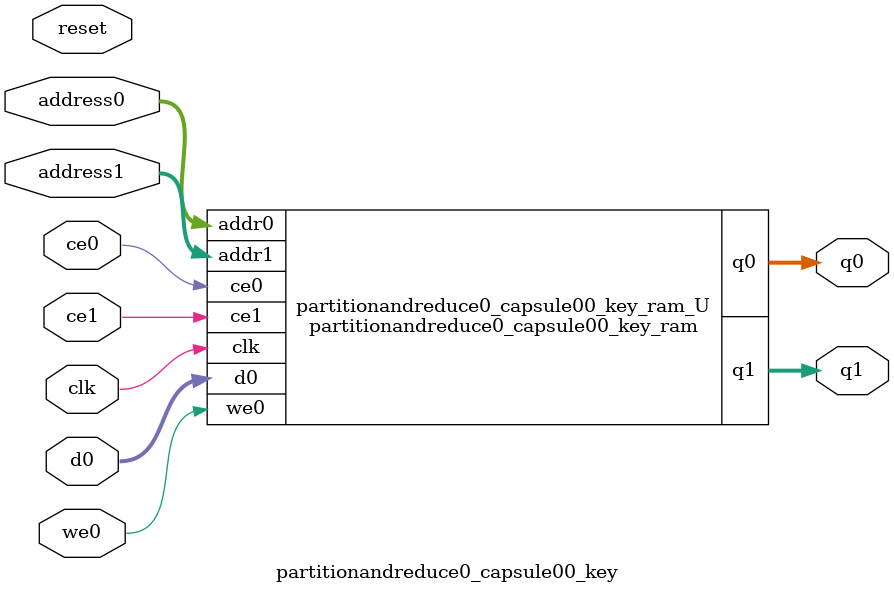
<source format=v>
`timescale 1 ns / 1 ps
module partitionandreduce0_capsule00_key_ram (addr0, ce0, d0, we0, q0, addr1, ce1, q1,  clk);

parameter DWIDTH = 32;
parameter AWIDTH = 5;
parameter MEM_SIZE = 32;

input[AWIDTH-1:0] addr0;
input ce0;
input[DWIDTH-1:0] d0;
input we0;
output reg[DWIDTH-1:0] q0;
input[AWIDTH-1:0] addr1;
input ce1;
output reg[DWIDTH-1:0] q1;
input clk;

(* ram_style = "block" *)reg [DWIDTH-1:0] ram[0:MEM_SIZE-1];




always @(posedge clk)  
begin 
    if (ce0) 
    begin
        if (we0) 
        begin 
            ram[addr0] <= d0; 
        end 
        q0 <= ram[addr0];
    end
end


always @(posedge clk)  
begin 
    if (ce1) 
    begin
        q1 <= ram[addr1];
    end
end


endmodule

`timescale 1 ns / 1 ps
module partitionandreduce0_capsule00_key(
    reset,
    clk,
    address0,
    ce0,
    we0,
    d0,
    q0,
    address1,
    ce1,
    q1);

parameter DataWidth = 32'd32;
parameter AddressRange = 32'd32;
parameter AddressWidth = 32'd5;
input reset;
input clk;
input[AddressWidth - 1:0] address0;
input ce0;
input we0;
input[DataWidth - 1:0] d0;
output[DataWidth - 1:0] q0;
input[AddressWidth - 1:0] address1;
input ce1;
output[DataWidth - 1:0] q1;



partitionandreduce0_capsule00_key_ram partitionandreduce0_capsule00_key_ram_U(
    .clk( clk ),
    .addr0( address0 ),
    .ce0( ce0 ),
    .we0( we0 ),
    .d0( d0 ),
    .q0( q0 ),
    .addr1( address1 ),
    .ce1( ce1 ),
    .q1( q1 ));

endmodule


</source>
